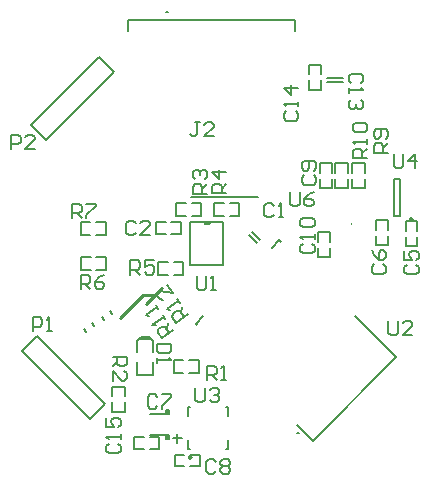
<source format=gto>
G04*
G04 #@! TF.GenerationSoftware,Altium Limited,Altium Designer,21.0.8 (223)*
G04*
G04 Layer_Color=65535*
%FSLAX25Y25*%
%MOIN*%
G70*
G04*
G04 #@! TF.SameCoordinates,24BCDA9A-42F1-41D6-B0A9-C8EBA0504D6D*
G04*
G04*
G04 #@! TF.FilePolarity,Positive*
G04*
G01*
G75*
%ADD10C,0.00787*%
%ADD11C,0.00984*%
%ADD12C,0.00394*%
%ADD13C,0.00500*%
%ADD14C,0.01000*%
%ADD15C,0.00591*%
D10*
X538150Y313347D02*
X537362D01*
X538150D01*
X581933Y173054D02*
X581145D01*
X581933D01*
X613386Y245374D02*
Y257579D01*
X615354Y245374D02*
Y257579D01*
X613386D02*
X615354D01*
X613386Y245374D02*
X615354D01*
X544783Y167618D02*
X545374D01*
X544783D02*
Y170571D01*
Y178839D02*
Y181791D01*
X545374D01*
X557579D02*
X558169D01*
Y178839D02*
Y181791D01*
X557579Y167618D02*
X558169D01*
Y170571D01*
X545563Y228902D02*
X556563D01*
Y243402D01*
X545563Y228902D02*
Y243402D01*
X556563D01*
X497492Y270693D02*
X520181Y293382D01*
X492481Y275704D02*
X497492Y270693D01*
X515169Y298393D02*
X520181Y293382D01*
X492481Y275704D02*
X515169Y298393D01*
X494405Y205291D02*
X517094Y182602D01*
X512083Y177591D02*
X517094Y182602D01*
X489394Y200280D02*
X494405Y205291D01*
X489394Y200280D02*
X512083Y177591D01*
D11*
X619587Y244390D02*
X618848Y244816D01*
Y243964D01*
X619587Y244390D01*
X545866Y165059D02*
X545128Y165485D01*
Y164633D01*
X545866Y165059D01*
D12*
X599213Y243110D02*
Y242717D01*
Y243110D01*
D13*
X553543Y245472D02*
Y249803D01*
X556693D01*
X558661D02*
X561811D01*
Y245472D02*
Y249803D01*
X558661Y245472D02*
X561811D01*
X553543D02*
X556693D01*
X537992Y179429D02*
Y180610D01*
X537598Y179429D02*
Y180610D01*
X538386D01*
X537992Y171161D02*
Y172343D01*
X537598Y171161D02*
Y172343D01*
Y171161D02*
X538386D01*
X532087Y179429D02*
X538386D01*
Y180610D01*
Y171161D02*
Y172343D01*
X532087D02*
X538386D01*
X517323Y239173D02*
Y243504D01*
X514173Y239173D02*
X517323D01*
X509055D02*
X512205D01*
X509055D02*
Y243504D01*
X512205D01*
X514173D02*
X517323D01*
X524921Y307008D02*
Y310728D01*
X580591D01*
Y307008D02*
Y310728D01*
X545669Y251870D02*
X568110D01*
X586336Y170534D02*
X614174Y198373D01*
X547361Y209509D02*
X547918Y208952D01*
X547361Y209509D02*
X549867Y212014D01*
X575200Y237348D02*
X575757Y236791D01*
X572694Y234842D02*
X575200Y237348D01*
X581046Y175824D02*
X586336Y170534D01*
X600533Y212014D02*
X614174Y198373D01*
X621260Y235335D02*
Y238484D01*
Y240453D02*
Y243602D01*
X617323D02*
X621260D01*
X617323Y240453D02*
Y243602D01*
Y235335D02*
Y238484D01*
Y235335D02*
X621260D01*
X611319Y235630D02*
Y238779D01*
Y240748D02*
Y243898D01*
X607382D02*
X611319D01*
X607382Y240748D02*
Y243898D01*
Y235630D02*
Y238779D01*
Y235630D02*
X611319D01*
X526870Y167717D02*
Y171653D01*
X530020D01*
X531988D02*
X535138D01*
Y167717D02*
Y171653D01*
X531988Y167717D02*
X535138D01*
X526870D02*
X530020D01*
X589075Y290650D02*
X589075Y287500D01*
X589075Y292618D02*
X589075Y295768D01*
X585138Y295768D02*
X589075Y295768D01*
X585138Y295768D02*
X585138Y292618D01*
X585138Y287500D02*
X585138Y290650D01*
X585138Y287500D02*
X589075Y287500D01*
X591235Y291239D02*
X596363D01*
X591235Y290061D02*
X596363D01*
X593898Y259744D02*
Y262894D01*
Y254626D02*
Y257776D01*
Y254626D02*
X598228D01*
Y257776D01*
Y259744D02*
Y262894D01*
X593898D02*
X598228D01*
X603642Y254626D02*
Y257776D01*
Y259744D02*
Y262894D01*
X599311D02*
X603642D01*
X599311Y259744D02*
Y262894D01*
Y254626D02*
Y257776D01*
Y254626D02*
X603642D01*
X514272Y231693D02*
X517421D01*
X509154D02*
X512303D01*
X509154Y227362D02*
Y231693D01*
Y227362D02*
X512303D01*
X514272D02*
X517421D01*
Y231693D01*
X539961Y230118D02*
X543110D01*
X534842D02*
X537992D01*
X534842Y225787D02*
Y230118D01*
Y225787D02*
X537992D01*
X539961D02*
X543110D01*
Y230118D01*
X545965Y249803D02*
X549114D01*
X540846D02*
X543996D01*
X540846Y245472D02*
Y249803D01*
Y245472D02*
X543996D01*
X545965D02*
X549114D01*
Y249803D01*
X519488Y185236D02*
Y188386D01*
Y180118D02*
Y183268D01*
Y180118D02*
X523819D01*
Y183268D01*
Y185236D02*
Y188386D01*
X519488D02*
X523819D01*
X545228Y197264D02*
X548378D01*
X540110D02*
X543260D01*
X540110Y192933D02*
Y197264D01*
Y192933D02*
X543260D01*
X545228D02*
X548378D01*
Y197264D01*
X588091Y231693D02*
X592028D01*
X588091D02*
Y234842D01*
Y236811D02*
Y239961D01*
X592028D01*
Y236811D02*
Y239961D01*
Y231693D02*
Y234842D01*
X588779Y262894D02*
X592717D01*
Y259744D02*
Y262894D01*
Y254626D02*
Y257776D01*
X588779Y254626D02*
X592717D01*
X588779D02*
Y257776D01*
Y259744D02*
Y262894D01*
X540453Y161909D02*
Y165847D01*
X543602D01*
X545571D02*
X548721D01*
Y161909D02*
Y165847D01*
X545571Y161909D02*
X548721D01*
X540453D02*
X543602D01*
X534154Y239370D02*
Y243307D01*
X537303D01*
X539272D02*
X542421D01*
Y239370D02*
Y243307D01*
X539272Y239370D02*
X542421D01*
X534154D02*
X537303D01*
X527795Y203760D02*
X528583Y204547D01*
X532323D01*
X528386Y204350D02*
X529075Y205039D01*
X531831D02*
X532421Y204449D01*
X532323Y204547D02*
X533110Y203760D01*
Y200217D02*
Y203760D01*
X527795Y200217D02*
Y203760D01*
Y192342D02*
X533110D01*
Y196673D01*
X527795Y192342D02*
Y196673D01*
X529075Y205039D02*
X531831D01*
X512778Y209578D02*
X513466Y208595D01*
X510156Y207743D02*
X510845Y206760D01*
X516160Y211778D02*
X516849Y210795D01*
X518782Y213614D02*
X519470Y212631D01*
X565108Y238921D02*
X567760Y236270D01*
X566098Y239911D02*
X568750Y237260D01*
D14*
X550563Y242902D02*
X551563D01*
X550063Y243402D02*
X550563Y242902D01*
X551563D02*
X552063Y243402D01*
X530709Y216142D02*
X536024Y221457D01*
X522047Y211516D02*
X529724Y219193D01*
X533588D01*
D15*
X557578Y252954D02*
X552855D01*
Y255315D01*
X553642Y256103D01*
X555217D01*
X556004Y255315D01*
Y252954D01*
Y254528D02*
X557578Y256103D01*
Y260038D02*
X552855D01*
X555217Y257677D01*
Y260825D01*
X539665Y171259D02*
X542814D01*
X541240Y172834D02*
Y169685D01*
X577560Y280316D02*
X576772Y279529D01*
Y277954D01*
X577560Y277167D01*
X580708D01*
X581495Y277954D01*
Y279529D01*
X580708Y280316D01*
X581495Y281890D02*
Y283464D01*
Y282677D01*
X576772D01*
X577560Y281890D01*
X581495Y288187D02*
X576772D01*
X579134Y285826D01*
Y288974D01*
X518406Y169489D02*
X517619Y168702D01*
Y167128D01*
X518406Y166340D01*
X521555D01*
X522342Y167128D01*
Y168702D01*
X521555Y169489D01*
X522342Y171063D02*
Y172638D01*
Y171851D01*
X517619D01*
X518406Y171063D01*
X517619Y178148D02*
Y174999D01*
X519980D01*
X519193Y176573D01*
Y177360D01*
X519980Y178148D01*
X521555D01*
X522342Y177360D01*
Y175786D01*
X521555Y174999D01*
X548622Y276673D02*
X547048D01*
X547835D01*
Y272737D01*
X547048Y271950D01*
X546261D01*
X545474Y272737D01*
X553345Y271950D02*
X550197D01*
X553345Y275098D01*
Y275885D01*
X552558Y276673D01*
X550984D01*
X550197Y275885D01*
X602362Y289664D02*
X603149Y290452D01*
Y292026D01*
X602362Y292813D01*
X599213D01*
X598426Y292026D01*
Y290452D01*
X599213Y289664D01*
X598426Y288090D02*
Y286516D01*
Y287303D01*
X603149D01*
X602362Y288090D01*
Y284154D02*
X603149Y283367D01*
Y281793D01*
X602362Y281006D01*
X601575D01*
X600787Y281793D01*
Y282580D01*
Y281793D01*
X600000Y281006D01*
X599213D01*
X598426Y281793D01*
Y283367D01*
X599213Y284154D01*
X578840Y253444D02*
Y249508D01*
X579627Y248721D01*
X581201D01*
X581988Y249508D01*
Y253444D01*
X586711D02*
X585137Y252657D01*
X583563Y251083D01*
Y249508D01*
X584350Y248721D01*
X585924D01*
X586711Y249508D01*
Y250295D01*
X585924Y251083D01*
X583563D01*
X583071Y236123D02*
X582284Y235336D01*
Y233762D01*
X583071Y232974D01*
X586220D01*
X587007Y233762D01*
Y235336D01*
X586220Y236123D01*
X587007Y237697D02*
Y239271D01*
Y238484D01*
X582284D01*
X583071Y237697D01*
Y241633D02*
X582284Y242420D01*
Y243994D01*
X583071Y244782D01*
X586220D01*
X587007Y243994D01*
Y242420D01*
X586220Y241633D01*
X583071D01*
X539908Y207301D02*
X536040Y204592D01*
X534685Y206527D01*
X534878Y207623D01*
X536168Y208526D01*
X537264Y208332D01*
X538619Y206398D01*
X537716Y207688D02*
X538102Y209880D01*
X537199Y211170D02*
X536297Y212459D01*
X536748Y211815D01*
X532879Y209106D01*
X533976Y208912D01*
X534942Y214394D02*
X534039Y215683D01*
X534490Y215039D01*
X530622Y212330D01*
X531718Y212136D01*
X604428Y264667D02*
X599706D01*
Y267029D01*
X600493Y267816D01*
X602067D01*
X602854Y267029D01*
Y264667D01*
Y266242D02*
X604428Y267816D01*
Y269390D02*
Y270964D01*
Y270177D01*
X599706D01*
X600493Y269390D01*
Y273326D02*
X599706Y274113D01*
Y275687D01*
X600493Y276474D01*
X603641D01*
X604428Y275687D01*
Y274113D01*
X603641Y273326D01*
X600493D01*
X544691Y212562D02*
X540822Y209853D01*
X539467Y211787D01*
X539661Y212883D01*
X540950Y213787D01*
X542047Y213593D01*
X543401Y211659D01*
X542498Y212948D02*
X542885Y215141D01*
X541982Y216431D02*
X541079Y217720D01*
X541530Y217075D01*
X537661Y214366D01*
X538758Y214173D01*
X537918Y222234D02*
X539724Y219654D01*
X535339Y220428D01*
X534694Y219976D01*
X534501Y218880D01*
X535404Y217590D01*
X536500Y217397D01*
X611417Y266438D02*
X606694D01*
Y268800D01*
X607481Y269587D01*
X609055D01*
X609842Y268800D01*
Y266438D01*
Y268013D02*
X611417Y269587D01*
X610629Y271161D02*
X611417Y271948D01*
Y273523D01*
X610629Y274310D01*
X607481D01*
X606694Y273523D01*
Y271948D01*
X607481Y271161D01*
X608268D01*
X609055Y271948D01*
Y274310D01*
X583564Y258957D02*
X582776Y258170D01*
Y256595D01*
X583564Y255808D01*
X586712D01*
X587499Y256595D01*
Y258170D01*
X586712Y258957D01*
Y260531D02*
X587499Y261318D01*
Y262893D01*
X586712Y263680D01*
X583564D01*
X582776Y262893D01*
Y261318D01*
X583564Y260531D01*
X584351D01*
X585138Y261318D01*
Y263680D01*
X527362Y243011D02*
X526575Y243798D01*
X525001D01*
X524214Y243011D01*
Y239863D01*
X525001Y239076D01*
X526575D01*
X527362Y239863D01*
X532085Y239076D02*
X528937D01*
X532085Y242224D01*
Y243011D01*
X531298Y243798D01*
X529724D01*
X528937Y243011D01*
X554036Y163484D02*
X553249Y164271D01*
X551674D01*
X550887Y163484D01*
Y160335D01*
X551674Y159548D01*
X553249D01*
X554036Y160335D01*
X555610Y163484D02*
X556397Y164271D01*
X557971D01*
X558759Y163484D01*
Y162697D01*
X557971Y161909D01*
X558759Y161122D01*
Y160335D01*
X557971Y159548D01*
X556397D01*
X555610Y160335D01*
Y161122D01*
X556397Y161909D01*
X555610Y162697D01*
Y163484D01*
X556397Y161909D02*
X557971D01*
X534548Y185137D02*
X533760Y185924D01*
X532186D01*
X531399Y185137D01*
Y181989D01*
X532186Y181202D01*
X533760D01*
X534548Y181989D01*
X536122Y185924D02*
X539270D01*
Y185137D01*
X536122Y181989D01*
Y181202D01*
X547245Y188090D02*
Y184154D01*
X548033Y183367D01*
X549607D01*
X550394Y184154D01*
Y188090D01*
X551968Y187303D02*
X552755Y188090D01*
X554330D01*
X555117Y187303D01*
Y186515D01*
X554330Y185728D01*
X553543D01*
X554330D01*
X555117Y184941D01*
Y184154D01*
X554330Y183367D01*
X552755D01*
X551968Y184154D01*
X613387Y266141D02*
Y262205D01*
X614174Y261418D01*
X615749D01*
X616536Y262205D01*
Y266141D01*
X620471Y261418D02*
Y266141D01*
X618110Y263779D01*
X621259D01*
X506202Y244784D02*
Y249507D01*
X508564D01*
X509351Y248720D01*
Y247146D01*
X508564Y246358D01*
X506202D01*
X507776D02*
X509351Y244784D01*
X510925Y249507D02*
X514074D01*
Y248720D01*
X510925Y245571D01*
Y244784D01*
X508958Y221162D02*
Y225885D01*
X511319D01*
X512107Y225098D01*
Y223524D01*
X511319Y222737D01*
X508958D01*
X510532D02*
X512107Y221162D01*
X516829Y225885D02*
X515255Y225098D01*
X513681Y223524D01*
Y221949D01*
X514468Y221162D01*
X516042D01*
X516829Y221949D01*
Y222737D01*
X516042Y223524D01*
X513681D01*
X551180Y252856D02*
X546457D01*
Y255217D01*
X547245Y256004D01*
X548819D01*
X549606Y255217D01*
Y252856D01*
Y254430D02*
X551180Y256004D01*
X547245Y257578D02*
X546457Y258366D01*
Y259940D01*
X547245Y260727D01*
X548032D01*
X548819Y259940D01*
Y259153D01*
Y259940D01*
X549606Y260727D01*
X550393D01*
X551180Y259940D01*
Y258366D01*
X550393Y257578D01*
X519640Y198418D02*
X524363D01*
Y196057D01*
X523576Y195270D01*
X522002D01*
X521214Y196057D01*
Y198418D01*
Y196844D02*
X519640Y195270D01*
Y190547D02*
Y193696D01*
X522789Y190547D01*
X523576D01*
X524363Y191334D01*
Y192908D01*
X523576Y193696D01*
X551182Y190650D02*
Y195373D01*
X553544D01*
X554331Y194586D01*
Y193012D01*
X553544Y192225D01*
X551182D01*
X552756D02*
X554331Y190650D01*
X555905D02*
X557479D01*
X556692D01*
Y195373D01*
X555905Y194586D01*
X485828Y267816D02*
Y272539D01*
X488190D01*
X488977Y271751D01*
Y270177D01*
X488190Y269390D01*
X485828D01*
X493700Y267816D02*
X490551D01*
X493700Y270964D01*
Y271751D01*
X492912Y272539D01*
X491338D01*
X490551Y271751D01*
X493013Y206891D02*
Y211613D01*
X495374D01*
X496161Y210826D01*
Y209252D01*
X495374Y208465D01*
X493013D01*
X497736Y206891D02*
X499310D01*
X498523D01*
Y211613D01*
X497736Y210826D01*
X539074Y202755D02*
X534351D01*
Y200393D01*
X535138Y199606D01*
X538287D01*
X539074Y200393D01*
Y202755D01*
X534351Y198032D02*
Y196458D01*
Y197245D01*
X539074D01*
X538287Y198032D01*
X606792Y229233D02*
X606005Y228445D01*
Y226871D01*
X606792Y226084D01*
X609940D01*
X610728Y226871D01*
Y228445D01*
X609940Y229233D01*
X606005Y233955D02*
X606792Y232381D01*
X608366Y230807D01*
X609940D01*
X610728Y231594D01*
Y233168D01*
X609940Y233955D01*
X609153D01*
X608366Y233168D01*
Y230807D01*
X617717Y229134D02*
X616930Y228347D01*
Y226773D01*
X617717Y225986D01*
X620866D01*
X621653Y226773D01*
Y228347D01*
X620866Y229134D01*
X616930Y233857D02*
Y230708D01*
X619291D01*
X618504Y232283D01*
Y233070D01*
X619291Y233857D01*
X620866D01*
X621653Y233070D01*
Y231496D01*
X620866Y230708D01*
X573406Y248881D02*
X572618Y249669D01*
X571044D01*
X570257Y248881D01*
Y245733D01*
X571044Y244946D01*
X572618D01*
X573406Y245733D01*
X574980Y244946D02*
X576554D01*
X575767D01*
Y249669D01*
X574980Y248881D01*
X611612Y210428D02*
Y206493D01*
X612399Y205705D01*
X613973D01*
X614760Y206493D01*
Y210428D01*
X619483Y205705D02*
X616334D01*
X619483Y208854D01*
Y209641D01*
X618696Y210428D01*
X617122D01*
X616334Y209641D01*
X547737Y225393D02*
Y221457D01*
X548524Y220670D01*
X550099D01*
X550886Y221457D01*
Y225393D01*
X552460Y220670D02*
X554034D01*
X553247D01*
Y225393D01*
X552460Y224606D01*
X525592Y225887D02*
Y230609D01*
X527953D01*
X528740Y229822D01*
Y228248D01*
X527953Y227461D01*
X525592D01*
X527166D02*
X528740Y225887D01*
X533463Y230609D02*
X530315D01*
Y228248D01*
X531889Y229035D01*
X532676D01*
X533463Y228248D01*
Y226674D01*
X532676Y225887D01*
X531102D01*
X530315Y226674D01*
M02*

</source>
